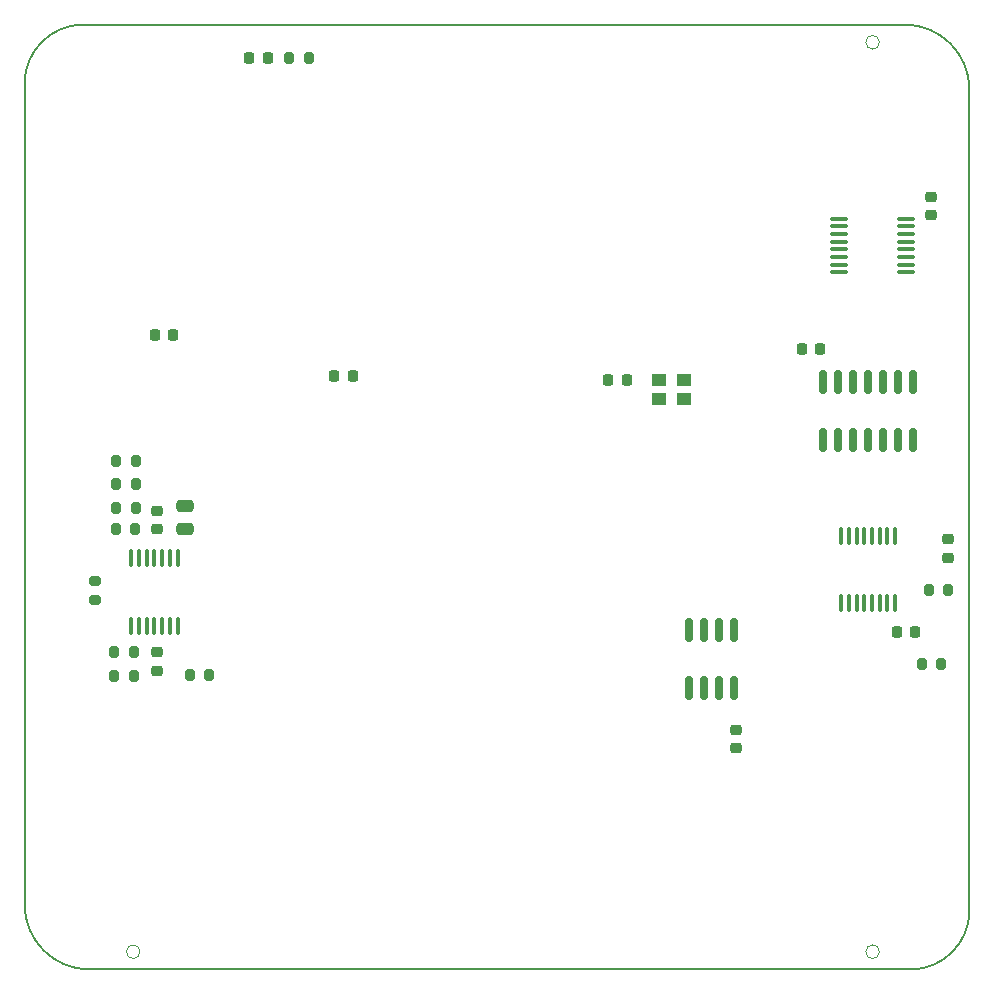
<source format=gbr>
G04 #@! TF.GenerationSoftware,KiCad,Pcbnew,7.0.11*
G04 #@! TF.CreationDate,2025-11-18T22:53:00-08:00*
G04 #@! TF.ProjectId,z2203,7a323230-332e-46b6-9963-61645f706362,rev?*
G04 #@! TF.SameCoordinates,PX3d83120PY6590fa0*
G04 #@! TF.FileFunction,Paste,Top*
G04 #@! TF.FilePolarity,Positive*
%FSLAX46Y46*%
G04 Gerber Fmt 4.6, Leading zero omitted, Abs format (unit mm)*
G04 Created by KiCad (PCBNEW 7.0.11) date 2025-11-18 22:53:00*
%MOMM*%
%LPD*%
G01*
G04 APERTURE LIST*
G04 Aperture macros list*
%AMRoundRect*
0 Rectangle with rounded corners*
0 $1 Rounding radius*
0 $2 $3 $4 $5 $6 $7 $8 $9 X,Y pos of 4 corners*
0 Add a 4 corners polygon primitive as box body*
4,1,4,$2,$3,$4,$5,$6,$7,$8,$9,$2,$3,0*
0 Add four circle primitives for the rounded corners*
1,1,$1+$1,$2,$3*
1,1,$1+$1,$4,$5*
1,1,$1+$1,$6,$7*
1,1,$1+$1,$8,$9*
0 Add four rect primitives between the rounded corners*
20,1,$1+$1,$2,$3,$4,$5,0*
20,1,$1+$1,$4,$5,$6,$7,0*
20,1,$1+$1,$6,$7,$8,$9,0*
20,1,$1+$1,$8,$9,$2,$3,0*%
G04 Aperture macros list end*
%ADD10RoundRect,0.200000X0.200000X0.275000X-0.200000X0.275000X-0.200000X-0.275000X0.200000X-0.275000X0*%
%ADD11RoundRect,0.218750X0.218750X0.256250X-0.218750X0.256250X-0.218750X-0.256250X0.218750X-0.256250X0*%
%ADD12RoundRect,0.225000X0.250000X-0.225000X0.250000X0.225000X-0.250000X0.225000X-0.250000X-0.225000X0*%
%ADD13RoundRect,0.150000X-0.150000X0.825000X-0.150000X-0.825000X0.150000X-0.825000X0.150000X0.825000X0*%
%ADD14RoundRect,0.200000X-0.200000X-0.275000X0.200000X-0.275000X0.200000X0.275000X-0.200000X0.275000X0*%
%ADD15RoundRect,0.100000X0.100000X-0.637500X0.100000X0.637500X-0.100000X0.637500X-0.100000X-0.637500X0*%
%ADD16RoundRect,0.225000X-0.250000X0.225000X-0.250000X-0.225000X0.250000X-0.225000X0.250000X0.225000X0*%
%ADD17RoundRect,0.100000X-0.637500X-0.100000X0.637500X-0.100000X0.637500X0.100000X-0.637500X0.100000X0*%
%ADD18RoundRect,0.225000X0.225000X0.250000X-0.225000X0.250000X-0.225000X-0.250000X0.225000X-0.250000X0*%
%ADD19RoundRect,0.250000X0.475000X-0.250000X0.475000X0.250000X-0.475000X0.250000X-0.475000X-0.250000X0*%
%ADD20RoundRect,0.100000X-0.100000X0.637500X-0.100000X-0.637500X0.100000X-0.637500X0.100000X0.637500X0*%
%ADD21R,1.300000X1.100000*%
%ADD22RoundRect,0.225000X-0.225000X-0.250000X0.225000X-0.250000X0.225000X0.250000X-0.225000X0.250000X0*%
%ADD23RoundRect,0.218750X-0.256250X0.218750X-0.256250X-0.218750X0.256250X-0.218750X0.256250X0.218750X0*%
%ADD24RoundRect,0.200000X-0.275000X0.200000X-0.275000X-0.200000X0.275000X-0.200000X0.275000X0.200000X0*%
%ADD25RoundRect,0.150000X0.150000X-0.825000X0.150000X0.825000X-0.150000X0.825000X-0.150000X-0.825000X0*%
G04 #@! TA.AperFunction,Profile*
%ADD26C,0.150000*%
G04 #@! TD*
G04 #@! TA.AperFunction,Profile*
%ADD27C,0.050000*%
G04 #@! TD*
G04 APERTURE END LIST*
D10*
X24975000Y78785000D03*
X23325000Y78785000D03*
D11*
X21475000Y78785000D03*
X19900000Y78785000D03*
D12*
X61100000Y20325000D03*
X61100000Y21875000D03*
D13*
X61005000Y30375000D03*
X59735000Y30375000D03*
X58465000Y30375000D03*
X57195000Y30375000D03*
X57195000Y25425000D03*
X58465000Y25425000D03*
X59735000Y25425000D03*
X61005000Y25425000D03*
D10*
X10125000Y28475000D03*
X8475000Y28475000D03*
D14*
X77472500Y33700000D03*
X79122500Y33700000D03*
D15*
X9950000Y30712500D03*
X10600000Y30712500D03*
X11250000Y30712500D03*
X11900000Y30712500D03*
X12550000Y30712500D03*
X13200000Y30712500D03*
X13850000Y30712500D03*
X13850000Y36437500D03*
X13200000Y36437500D03*
X12550000Y36437500D03*
X11900000Y36437500D03*
X11250000Y36437500D03*
X10600000Y36437500D03*
X9950000Y36437500D03*
D16*
X12100000Y40450000D03*
X12100000Y38900000D03*
D17*
X69837500Y65175000D03*
X69837500Y64525000D03*
X69837500Y63875000D03*
X69837500Y63225000D03*
X69837500Y62575000D03*
X69837500Y61925000D03*
X69837500Y61275000D03*
X69837500Y60625000D03*
X75562500Y60625000D03*
X75562500Y61275000D03*
X75562500Y61925000D03*
X75562500Y62575000D03*
X75562500Y63225000D03*
X75562500Y63875000D03*
X75562500Y64525000D03*
X75562500Y65175000D03*
D10*
X10125000Y26475000D03*
X8475000Y26475000D03*
X16525000Y26500000D03*
X14875000Y26500000D03*
D18*
X28680000Y51880000D03*
X27130000Y51880000D03*
D19*
X14500000Y38925000D03*
X14500000Y40825000D03*
D20*
X74597500Y38312500D03*
X73947500Y38312500D03*
X73297500Y38312500D03*
X72647500Y38312500D03*
X71997500Y38312500D03*
X71347500Y38312500D03*
X70697500Y38312500D03*
X70047500Y38312500D03*
X70047500Y32587500D03*
X70697500Y32587500D03*
X71347500Y32587500D03*
X71997500Y32587500D03*
X72647500Y32587500D03*
X73297500Y32587500D03*
X73947500Y32587500D03*
X74597500Y32587500D03*
D21*
X54650000Y49875000D03*
X56750000Y49875000D03*
X56750000Y51525000D03*
X54650000Y51525000D03*
D22*
X66685000Y54100000D03*
X68235000Y54100000D03*
D23*
X79122500Y38037500D03*
X79122500Y36462500D03*
D14*
X8650000Y40675000D03*
X10300000Y40675000D03*
D24*
X6900000Y34500000D03*
X6900000Y32850000D03*
D12*
X12100000Y26900000D03*
X12100000Y28450000D03*
D22*
X50325000Y51500000D03*
X51875000Y51500000D03*
D25*
X68490000Y46425000D03*
X69760000Y46425000D03*
X71030000Y46425000D03*
X72300000Y46425000D03*
X73570000Y46425000D03*
X74840000Y46425000D03*
X76110000Y46425000D03*
X76110000Y51375000D03*
X74840000Y51375000D03*
X73570000Y51375000D03*
X72300000Y51375000D03*
X71030000Y51375000D03*
X69760000Y51375000D03*
X68490000Y51375000D03*
D18*
X76322500Y30187500D03*
X74772500Y30187500D03*
D14*
X8650000Y42675000D03*
X10300000Y42675000D03*
X8650000Y44675000D03*
X10300000Y44675000D03*
X76875000Y27500000D03*
X78525000Y27500000D03*
D22*
X11925000Y55300000D03*
X13475000Y55300000D03*
D10*
X10275000Y38875000D03*
X8625000Y38875000D03*
D16*
X77650000Y67025000D03*
X77650000Y65475000D03*
D26*
X900000Y7100000D02*
G75*
G03*
X6400000Y1600000I5500000J0D01*
G01*
X75900000Y1600000D02*
G75*
G03*
X80900000Y6600000I0J5000000D01*
G01*
X75900000Y1600000D02*
X6400000Y1600000D01*
X5900000Y81600000D02*
G75*
G03*
X900000Y76600000I0J-5000000D01*
G01*
X80900000Y76100000D02*
G75*
G03*
X75400000Y81600000I-5500000J0D01*
G01*
X5900000Y81600000D02*
X75400000Y81600000D01*
X80900000Y6600000D02*
X80900000Y76100000D01*
X900000Y76600000D02*
X900000Y7100000D01*
D27*
X10676000Y3100000D02*
G75*
G03*
X9524000Y3100000I-576000J0D01*
G01*
X9524000Y3100000D02*
G75*
G03*
X10676000Y3100000I576000J0D01*
G01*
X73276000Y80100000D02*
G75*
G03*
X72124000Y80100000I-576000J0D01*
G01*
X72124000Y80100000D02*
G75*
G03*
X73276000Y80100000I576000J0D01*
G01*
X73276000Y3100000D02*
G75*
G03*
X72124000Y3100000I-576000J0D01*
G01*
X72124000Y3100000D02*
G75*
G03*
X73276000Y3100000I576000J0D01*
G01*
M02*

</source>
